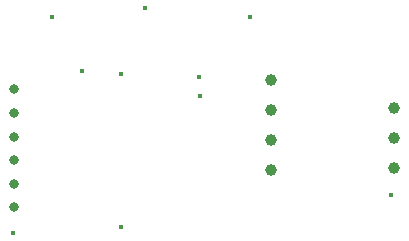
<source format=gbr>
%TF.GenerationSoftware,KiCad,Pcbnew,7.0.6-1.fc38*%
%TF.CreationDate,2023-08-14T18:07:32+02:00*%
%TF.ProjectId,ESP12F_INSPIRE_WIFI,45535031-3246-45f4-994e-53504952455f,rev?*%
%TF.SameCoordinates,Original*%
%TF.FileFunction,Plated,1,2,PTH,Drill*%
%TF.FilePolarity,Positive*%
%FSLAX46Y46*%
G04 Gerber Fmt 4.6, Leading zero omitted, Abs format (unit mm)*
G04 Created by KiCad (PCBNEW 7.0.6-1.fc38) date 2023-08-14 18:07:32*
%MOMM*%
%LPD*%
G01*
G04 APERTURE LIST*
%TA.AperFunction,ViaDrill*%
%ADD10C,0.400000*%
%TD*%
%TA.AperFunction,ComponentDrill*%
%ADD11C,0.800000*%
%TD*%
%TA.AperFunction,ComponentDrill*%
%ADD12C,1.000000*%
%TD*%
G04 APERTURE END LIST*
D10*
X103378000Y-82296000D03*
X106680000Y-64008000D03*
X109220000Y-68580000D03*
X112522000Y-68834000D03*
X112522000Y-81788000D03*
X114554000Y-63246000D03*
X119126000Y-69088000D03*
X119253000Y-70739000D03*
X123444000Y-64008000D03*
X135382000Y-79121000D03*
D11*
%TO.C,J2*%
X103505000Y-70136000D03*
X103505000Y-72136000D03*
X103505000Y-74136000D03*
X103505000Y-76136000D03*
X103505000Y-78136000D03*
X103505000Y-80136000D03*
D12*
%TO.C,J1*%
X125222000Y-69342000D03*
X125222000Y-71882000D03*
X125222000Y-74422000D03*
X125222000Y-76962000D03*
%TO.C,J3*%
X135636000Y-71755000D03*
X135636000Y-74295000D03*
X135636000Y-76835000D03*
M02*

</source>
